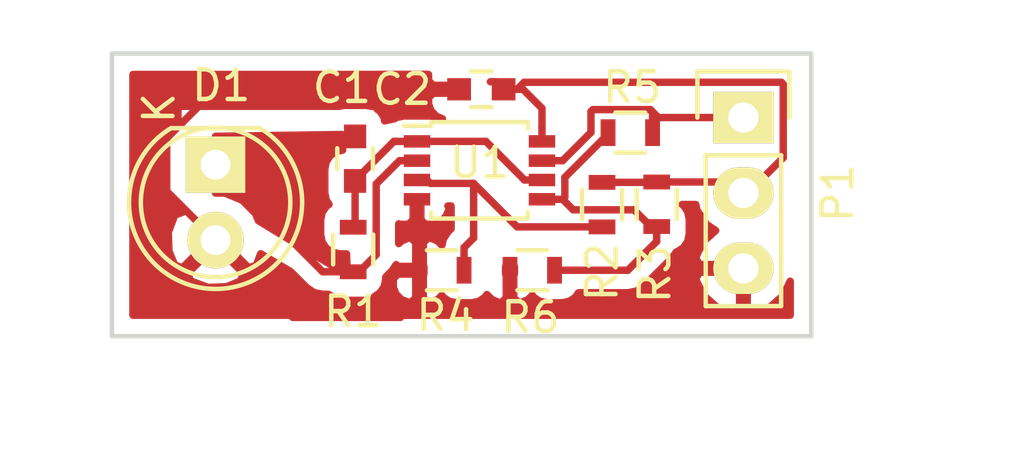
<source format=kicad_pcb>
(kicad_pcb (version 20160815) (host pcbnew "(2017-01-14 revision c676553f1)-master")

  (general
    (links 22)
    (no_connects 0)
    (area 107.176499 46.533999 130.885001 56.209001)
    (thickness 1.6)
    (drawings 6)
    (tracks 85)
    (zones 0)
    (modules 11)
    (nets 8)
  )

  (page A4)
  (layers
    (0 F.Cu signal)
    (31 B.Cu signal)
    (32 B.Adhes user)
    (33 F.Adhes user)
    (34 B.Paste user)
    (35 F.Paste user)
    (36 B.SilkS user)
    (37 F.SilkS user)
    (38 B.Mask user)
    (39 F.Mask user)
    (40 Dwgs.User user)
    (41 Cmts.User user)
    (42 Eco1.User user)
    (43 Eco2.User user)
    (44 Edge.Cuts user)
    (45 Margin user)
    (46 B.CrtYd user)
    (47 F.CrtYd user)
    (48 B.Fab user)
    (49 F.Fab user)
  )

  (setup
    (last_trace_width 0.25)
    (trace_clearance 0.2)
    (zone_clearance 0.508)
    (zone_45_only no)
    (trace_min 0.2)
    (segment_width 0.2)
    (edge_width 0.15)
    (via_size 0.8)
    (via_drill 0.4)
    (via_min_size 0.4)
    (via_min_drill 0.3)
    (uvia_size 0.3)
    (uvia_drill 0.1)
    (uvias_allowed no)
    (uvia_min_size 0.2)
    (uvia_min_drill 0.1)
    (pcb_text_width 0.3)
    (pcb_text_size 1.5 1.5)
    (mod_edge_width 0.15)
    (mod_text_size 1 1)
    (mod_text_width 0.15)
    (pad_size 1.524 1.524)
    (pad_drill 0.762)
    (pad_to_mask_clearance 0.2)
    (aux_axis_origin 0 0)
    (visible_elements FFFFFF7F)
    (pcbplotparams
      (layerselection 0x00030_ffffffff)
      (usegerberextensions false)
      (excludeedgelayer true)
      (linewidth 0.100000)
      (plotframeref false)
      (viasonmask false)
      (mode 1)
      (useauxorigin false)
      (hpglpennumber 1)
      (hpglpenspeed 20)
      (hpglpendiameter 15)
      (psnegative false)
      (psa4output false)
      (plotreference true)
      (plotvalue true)
      (plotinvisibletext false)
      (padsonsilk false)
      (subtractmaskfromsilk false)
      (outputformat 2)
      (mirror false)
      (drillshape 1)
      (scaleselection 1)
      (outputdirectory ""))
  )

  (net 0 "")
  (net 1 GND)
  (net 2 /PhotoOut)
  (net 3 /PhotoIn)
  (net 4 /DivLow)
  (net 5 /Vcomp)
  (net 6 +3V3)
  (net 7 /~signal_out)

  (net_class Default "This is the default net class."
    (clearance 0.2)
    (trace_width 0.25)
    (via_dia 0.8)
    (via_drill 0.4)
    (uvia_dia 0.3)
    (uvia_drill 0.1)
    (add_net +3V3)
    (add_net /DivLow)
    (add_net /PhotoIn)
    (add_net /PhotoOut)
    (add_net /Vcomp)
    (add_net /~signal_out)
    (add_net GND)
  )

  (module Housings_SSOP:MSOP-8-1EP_3x3mm_Pitch0.65mm (layer F.Cu) (tedit 58929B94) (tstamp 58933144)
    (at 119.634 50.546)
    (descr "MS8E Package; 8-Lead Plastic MSOP, Exposed Die Pad (see Linear Technology 05081662_K_MS8E.pdf)")
    (tags "SSOP 0.65")
    (path /588BFD59)
    (attr smd)
    (fp_text reference U1 (at 0 -0.254) (layer F.SilkS)
      (effects (font (size 1 1) (thickness 0.15)))
    )
    (fp_text value TSV992 (at 0 2.55) (layer F.Fab)
      (effects (font (size 1 1) (thickness 0.15)))
    )
    (fp_circle (center -1 -1) (end -1.25 -1) (layer F.Fab) (width 0.15))
    (fp_line (start -1.5 1.5) (end -1.5 -1.5) (layer F.Fab) (width 0.15))
    (fp_line (start 1.5 1.5) (end -1.5 1.5) (layer F.Fab) (width 0.15))
    (fp_line (start 1.5 -1.5) (end 1.5 1.5) (layer F.Fab) (width 0.15))
    (fp_line (start -1.5 -1.5) (end 1.5 -1.5) (layer F.Fab) (width 0.15))
    (fp_line (start -2.8 -1.8) (end -2.8 1.8) (layer F.CrtYd) (width 0.05))
    (fp_line (start 2.8 -1.8) (end 2.8 1.8) (layer F.CrtYd) (width 0.05))
    (fp_line (start -2.8 -1.8) (end 2.8 -1.8) (layer F.CrtYd) (width 0.05))
    (fp_line (start -2.8 1.8) (end 2.8 1.8) (layer F.CrtYd) (width 0.05))
    (fp_line (start -1.625 -1.625) (end -1.625 -1.5) (layer F.SilkS) (width 0.15))
    (fp_line (start 1.625 -1.625) (end 1.625 -1.41) (layer F.SilkS) (width 0.15))
    (fp_line (start 1.625 1.625) (end 1.625 1.41) (layer F.SilkS) (width 0.15))
    (fp_line (start -1.625 1.625) (end -1.625 1.41) (layer F.SilkS) (width 0.15))
    (fp_line (start -1.625 -1.625) (end 1.625 -1.625) (layer F.SilkS) (width 0.15))
    (fp_line (start -1.625 1.625) (end 1.625 1.625) (layer F.SilkS) (width 0.15))
    (fp_line (start -1.625 -1.5) (end -2.55 -1.5) (layer F.SilkS) (width 0.15))
    (pad 1 smd rect (at -2.105 -0.975) (size 0.89 0.42) (layers F.Cu F.Paste F.Mask)
      (net 2 /PhotoOut))
    (pad 2 smd rect (at -2.105 -0.325) (size 0.89 0.42) (layers F.Cu F.Paste F.Mask)
      (net 3 /PhotoIn))
    (pad 3 smd rect (at -2.105 0.325) (size 0.89 0.42) (layers F.Cu F.Paste F.Mask)
      (net 4 /DivLow))
    (pad 4 smd rect (at -2.105 0.975) (size 0.89 0.42) (layers F.Cu F.Paste F.Mask)
      (net 1 GND))
    (pad 5 smd rect (at 2.105 0.975) (size 0.89 0.42) (layers F.Cu F.Paste F.Mask)
      (net 5 /Vcomp))
    (pad 6 smd rect (at 2.105 0.325) (size 0.89 0.42) (layers F.Cu F.Paste F.Mask)
      (net 2 /PhotoOut))
    (pad 7 smd rect (at 2.105 -0.325) (size 0.89 0.42) (layers F.Cu F.Paste F.Mask)
      (net 7 /~signal_out))
    (pad 8 smd rect (at 2.105 -0.975) (size 0.89 0.42) (layers F.Cu F.Paste F.Mask)
      (net 6 +3V3))
    (model Housings_SSOP.3dshapes/MSOP-8-1EP_3x3mm_Pitch0.65mm.wrl
      (at (xyz 0 0 0))
      (scale (xyz 1 1 1))
      (rotate (xyz 0 0 0))
    )
  )

  (module Capacitors_SMD:C_0603 (layer F.Cu) (tedit 5415D631) (tstamp 5892AF8F)
    (at 115.443 50.153 90)
    (descr "Capacitor SMD 0603, reflow soldering, AVX (see smccp.pdf)")
    (tags "capacitor 0603")
    (path /588C00CA)
    (attr smd)
    (fp_text reference C1 (at 2.401 -0.4445 180) (layer F.SilkS)
      (effects (font (size 1 1) (thickness 0.15)))
    )
    (fp_text value C (at 0 1.9 90) (layer F.Fab)
      (effects (font (size 1 1) (thickness 0.15)))
    )
    (fp_line (start -1.45 -0.75) (end 1.45 -0.75) (layer F.CrtYd) (width 0.05))
    (fp_line (start -1.45 0.75) (end 1.45 0.75) (layer F.CrtYd) (width 0.05))
    (fp_line (start -1.45 -0.75) (end -1.45 0.75) (layer F.CrtYd) (width 0.05))
    (fp_line (start 1.45 -0.75) (end 1.45 0.75) (layer F.CrtYd) (width 0.05))
    (fp_line (start -0.35 -0.6) (end 0.35 -0.6) (layer F.SilkS) (width 0.15))
    (fp_line (start 0.35 0.6) (end -0.35 0.6) (layer F.SilkS) (width 0.15))
    (pad 1 smd rect (at -0.75 0 90) (size 0.8 0.75) (layers F.Cu F.Paste F.Mask)
      (net 2 /PhotoOut))
    (pad 2 smd rect (at 0.75 0 90) (size 0.8 0.75) (layers F.Cu F.Paste F.Mask)
      (net 3 /PhotoIn))
    (model Capacitors_SMD.3dshapes/C_0603.wrl
      (at (xyz 0 0 0))
      (scale (xyz 1 1 1))
      (rotate (xyz 0 0 0))
    )
  )

  (module Capacitors_SMD:C_0603 (layer F.Cu) (tedit 5415D631) (tstamp 5892AF9B)
    (at 119.6975 47.8155)
    (descr "Capacitor SMD 0603, reflow soldering, AVX (see smccp.pdf)")
    (tags "capacitor 0603")
    (path /58929BE3)
    (attr smd)
    (fp_text reference C2 (at -2.667 0) (layer F.SilkS)
      (effects (font (size 1 1) (thickness 0.15)))
    )
    (fp_text value C (at 0 -2.032) (layer F.Fab)
      (effects (font (size 1 1) (thickness 0.15)))
    )
    (fp_line (start 0.35 0.6) (end -0.35 0.6) (layer F.SilkS) (width 0.15))
    (fp_line (start -0.35 -0.6) (end 0.35 -0.6) (layer F.SilkS) (width 0.15))
    (fp_line (start 1.45 -0.75) (end 1.45 0.75) (layer F.CrtYd) (width 0.05))
    (fp_line (start -1.45 -0.75) (end -1.45 0.75) (layer F.CrtYd) (width 0.05))
    (fp_line (start -1.45 0.75) (end 1.45 0.75) (layer F.CrtYd) (width 0.05))
    (fp_line (start -1.45 -0.75) (end 1.45 -0.75) (layer F.CrtYd) (width 0.05))
    (pad 2 smd rect (at 0.75 0) (size 0.8 0.75) (layers F.Cu F.Paste F.Mask)
      (net 6 +3V3))
    (pad 1 smd rect (at -0.75 0) (size 0.8 0.75) (layers F.Cu F.Paste F.Mask)
      (net 1 GND))
    (model Capacitors_SMD.3dshapes/C_0603.wrl
      (at (xyz 0 0 0))
      (scale (xyz 1 1 1))
      (rotate (xyz 0 0 0))
    )
  )

  (module LEDs:LED-5MM (layer F.Cu) (tedit 5570F7EA) (tstamp 5892AFA7)
    (at 110.744 50.3555 270)
    (descr "LED 5mm round vertical")
    (tags "LED 5mm round vertical")
    (path /588BFDE1)
    (fp_text reference D1 (at -2.667 -0.1905) (layer F.SilkS)
      (effects (font (size 1 1) (thickness 0.15)))
    )
    (fp_text value SFH203P (at 1.3335 6.4135 270) (layer F.Fab)
      (effects (font (size 1 1) (thickness 0.15)))
    )
    (fp_line (start -1.5 -1.55) (end -1.5 1.55) (layer F.CrtYd) (width 0.05))
    (fp_arc (start 1.3 0) (end -1.5 1.55) (angle -302) (layer F.CrtYd) (width 0.05))
    (fp_arc (start 1.27 0) (end -1.23 -1.5) (angle 297.5) (layer F.SilkS) (width 0.15))
    (fp_line (start -1.23 1.5) (end -1.23 -1.5) (layer F.SilkS) (width 0.15))
    (fp_circle (center 1.27 0) (end 0.97 -2.5) (layer F.SilkS) (width 0.15))
    (fp_text user K (at -1.905 1.905 270) (layer F.SilkS)
      (effects (font (size 1 1) (thickness 0.15)))
    )
    (pad 1 thru_hole rect (at 0 0) (size 2 1.9) (drill 1.00076) (layers *.Cu *.Mask F.SilkS)
      (net 3 /PhotoIn))
    (pad 2 thru_hole circle (at 2.54 0 270) (size 1.9 1.9) (drill 1.00076) (layers *.Cu *.Mask F.SilkS)
      (net 1 GND))
    (model LEDs.3dshapes/LED-5MM.wrl
      (at (xyz 0.05 0 0))
      (scale (xyz 1 1 1))
      (rotate (xyz 0 0 90))
    )
  )

  (module Resistors_SMD:R_0603 (layer F.Cu) (tedit 5415CC62) (tstamp 5892AFB3)
    (at 115.3795 53.213 270)
    (descr "Resistor SMD 0603, reflow soldering, Vishay (see dcrcw.pdf)")
    (tags "resistor 0603")
    (path /589297F0)
    (attr smd)
    (fp_text reference R1 (at 2.0955 0) (layer F.SilkS)
      (effects (font (size 1 1) (thickness 0.15)))
    )
    (fp_text value 22k (at 5.207 0.127 90) (layer F.Fab)
      (effects (font (size 1 1) (thickness 0.15)))
    )
    (fp_line (start -0.5 -0.675) (end 0.5 -0.675) (layer F.SilkS) (width 0.15))
    (fp_line (start 0.5 0.675) (end -0.5 0.675) (layer F.SilkS) (width 0.15))
    (fp_line (start 1.3 -0.8) (end 1.3 0.8) (layer F.CrtYd) (width 0.05))
    (fp_line (start -1.3 -0.8) (end -1.3 0.8) (layer F.CrtYd) (width 0.05))
    (fp_line (start -1.3 0.8) (end 1.3 0.8) (layer F.CrtYd) (width 0.05))
    (fp_line (start -1.3 -0.8) (end 1.3 -0.8) (layer F.CrtYd) (width 0.05))
    (pad 2 smd rect (at 0.75 0 270) (size 0.5 0.9) (layers F.Cu F.Paste F.Mask)
      (net 3 /PhotoIn))
    (pad 1 smd rect (at -0.75 0 270) (size 0.5 0.9) (layers F.Cu F.Paste F.Mask)
      (net 2 /PhotoOut))
    (model Resistors_SMD.3dshapes/R_0603.wrl
      (at (xyz 0 0 0))
      (scale (xyz 1 1 1))
      (rotate (xyz 0 0 0))
    )
  )

  (module Resistors_SMD:R_0603 (layer F.Cu) (tedit 5415CC62) (tstamp 5892AFBF)
    (at 123.7615 51.701 270)
    (descr "Resistor SMD 0603, reflow soldering, Vishay (see dcrcw.pdf)")
    (tags "resistor 0603")
    (path /58929744)
    (attr smd)
    (fp_text reference R2 (at 2.274 0 270) (layer F.SilkS)
      (effects (font (size 1 1) (thickness 0.15)))
    )
    (fp_text value 22k (at 6.719 -0.0635 90) (layer F.Fab)
      (effects (font (size 1 1) (thickness 0.15)))
    )
    (fp_line (start -0.5 -0.675) (end 0.5 -0.675) (layer F.SilkS) (width 0.15))
    (fp_line (start 0.5 0.675) (end -0.5 0.675) (layer F.SilkS) (width 0.15))
    (fp_line (start 1.3 -0.8) (end 1.3 0.8) (layer F.CrtYd) (width 0.05))
    (fp_line (start -1.3 -0.8) (end -1.3 0.8) (layer F.CrtYd) (width 0.05))
    (fp_line (start -1.3 0.8) (end 1.3 0.8) (layer F.CrtYd) (width 0.05))
    (fp_line (start -1.3 -0.8) (end 1.3 -0.8) (layer F.CrtYd) (width 0.05))
    (pad 2 smd rect (at 0.75 0 270) (size 0.5 0.9) (layers F.Cu F.Paste F.Mask)
      (net 4 /DivLow))
    (pad 1 smd rect (at -0.75 0 270) (size 0.5 0.9) (layers F.Cu F.Paste F.Mask)
      (net 6 +3V3))
    (model Resistors_SMD.3dshapes/R_0603.wrl
      (at (xyz 0 0 0))
      (scale (xyz 1 1 1))
      (rotate (xyz 0 0 0))
    )
  )

  (module Resistors_SMD:R_0603 (layer F.Cu) (tedit 5415CC62) (tstamp 5892AFCB)
    (at 125.603 51.689 270)
    (descr "Resistor SMD 0603, reflow soldering, Vishay (see dcrcw.pdf)")
    (tags "resistor 0603")
    (path /588C04E3)
    (attr smd)
    (fp_text reference R3 (at 2.3495 0.0635 270) (layer F.SilkS)
      (effects (font (size 1 1) (thickness 0.15)))
    )
    (fp_text value 2.2k (at 6.731 -0.127 90) (layer F.Fab)
      (effects (font (size 1 1) (thickness 0.15)))
    )
    (fp_line (start -0.5 -0.675) (end 0.5 -0.675) (layer F.SilkS) (width 0.15))
    (fp_line (start 0.5 0.675) (end -0.5 0.675) (layer F.SilkS) (width 0.15))
    (fp_line (start 1.3 -0.8) (end 1.3 0.8) (layer F.CrtYd) (width 0.05))
    (fp_line (start -1.3 -0.8) (end -1.3 0.8) (layer F.CrtYd) (width 0.05))
    (fp_line (start -1.3 0.8) (end 1.3 0.8) (layer F.CrtYd) (width 0.05))
    (fp_line (start -1.3 -0.8) (end 1.3 -0.8) (layer F.CrtYd) (width 0.05))
    (pad 2 smd rect (at 0.75 0 270) (size 0.5 0.9) (layers F.Cu F.Paste F.Mask)
      (net 5 /Vcomp))
    (pad 1 smd rect (at -0.75 0 270) (size 0.5 0.9) (layers F.Cu F.Paste F.Mask)
      (net 6 +3V3))
    (model Resistors_SMD.3dshapes/R_0603.wrl
      (at (xyz 0 0 0))
      (scale (xyz 1 1 1))
      (rotate (xyz 0 0 0))
    )
  )

  (module Resistors_SMD:R_0603 (layer F.Cu) (tedit 5415CC62) (tstamp 5892AFD7)
    (at 118.364 53.9115 180)
    (descr "Resistor SMD 0603, reflow soldering, Vishay (see dcrcw.pdf)")
    (tags "resistor 0603")
    (path /5892979B)
    (attr smd)
    (fp_text reference R4 (at -0.127 -1.524 180) (layer F.SilkS)
      (effects (font (size 1 1) (thickness 0.15)))
    )
    (fp_text value 2.2k (at -0.0635 -4.5085 270) (layer F.Fab)
      (effects (font (size 1 1) (thickness 0.15)))
    )
    (fp_line (start -1.3 -0.8) (end 1.3 -0.8) (layer F.CrtYd) (width 0.05))
    (fp_line (start -1.3 0.8) (end 1.3 0.8) (layer F.CrtYd) (width 0.05))
    (fp_line (start -1.3 -0.8) (end -1.3 0.8) (layer F.CrtYd) (width 0.05))
    (fp_line (start 1.3 -0.8) (end 1.3 0.8) (layer F.CrtYd) (width 0.05))
    (fp_line (start 0.5 0.675) (end -0.5 0.675) (layer F.SilkS) (width 0.15))
    (fp_line (start -0.5 -0.675) (end 0.5 -0.675) (layer F.SilkS) (width 0.15))
    (pad 1 smd rect (at -0.75 0 180) (size 0.5 0.9) (layers F.Cu F.Paste F.Mask)
      (net 4 /DivLow))
    (pad 2 smd rect (at 0.75 0 180) (size 0.5 0.9) (layers F.Cu F.Paste F.Mask)
      (net 1 GND))
    (model Resistors_SMD.3dshapes/R_0603.wrl
      (at (xyz 0 0 0))
      (scale (xyz 1 1 1))
      (rotate (xyz 0 0 0))
    )
  )

  (module Resistors_SMD:R_0603 (layer F.Cu) (tedit 5415CC62) (tstamp 5892AFE3)
    (at 124.714 49.276 180)
    (descr "Resistor SMD 0603, reflow soldering, Vishay (see dcrcw.pdf)")
    (tags "resistor 0603")
    (path /589296EB)
    (attr smd)
    (fp_text reference R5 (at -0.0635 1.524 180) (layer F.SilkS)
      (effects (font (size 1 1) (thickness 0.15)))
    )
    (fp_text value 22k (at 0.127 3.429 180) (layer F.Fab)
      (effects (font (size 1 1) (thickness 0.15)))
    )
    (fp_line (start -1.3 -0.8) (end 1.3 -0.8) (layer F.CrtYd) (width 0.05))
    (fp_line (start -1.3 0.8) (end 1.3 0.8) (layer F.CrtYd) (width 0.05))
    (fp_line (start -1.3 -0.8) (end -1.3 0.8) (layer F.CrtYd) (width 0.05))
    (fp_line (start 1.3 -0.8) (end 1.3 0.8) (layer F.CrtYd) (width 0.05))
    (fp_line (start 0.5 0.675) (end -0.5 0.675) (layer F.SilkS) (width 0.15))
    (fp_line (start -0.5 -0.675) (end 0.5 -0.675) (layer F.SilkS) (width 0.15))
    (pad 1 smd rect (at -0.75 0 180) (size 0.5 0.9) (layers F.Cu F.Paste F.Mask)
      (net 7 /~signal_out))
    (pad 2 smd rect (at 0.75 0 180) (size 0.5 0.9) (layers F.Cu F.Paste F.Mask)
      (net 5 /Vcomp))
    (model Resistors_SMD.3dshapes/R_0603.wrl
      (at (xyz 0 0 0))
      (scale (xyz 1 1 1))
      (rotate (xyz 0 0 0))
    )
  )

  (module Resistors_SMD:R_0603 (layer F.Cu) (tedit 5415CC62) (tstamp 5892AFEF)
    (at 121.412 53.9115 180)
    (descr "Resistor SMD 0603, reflow soldering, Vishay (see dcrcw.pdf)")
    (tags "resistor 0603")
    (path /588C0493)
    (attr smd)
    (fp_text reference R6 (at 0.0635 -1.5875 180) (layer F.SilkS)
      (effects (font (size 1 1) (thickness 0.15)))
    )
    (fp_text value 2.2k (at -0.0635 -4.5085 270) (layer F.Fab)
      (effects (font (size 1 1) (thickness 0.15)))
    )
    (fp_line (start -1.3 -0.8) (end 1.3 -0.8) (layer F.CrtYd) (width 0.05))
    (fp_line (start -1.3 0.8) (end 1.3 0.8) (layer F.CrtYd) (width 0.05))
    (fp_line (start -1.3 -0.8) (end -1.3 0.8) (layer F.CrtYd) (width 0.05))
    (fp_line (start 1.3 -0.8) (end 1.3 0.8) (layer F.CrtYd) (width 0.05))
    (fp_line (start 0.5 0.675) (end -0.5 0.675) (layer F.SilkS) (width 0.15))
    (fp_line (start -0.5 -0.675) (end 0.5 -0.675) (layer F.SilkS) (width 0.15))
    (pad 1 smd rect (at -0.75 0 180) (size 0.5 0.9) (layers F.Cu F.Paste F.Mask)
      (net 5 /Vcomp))
    (pad 2 smd rect (at 0.75 0 180) (size 0.5 0.9) (layers F.Cu F.Paste F.Mask)
      (net 1 GND))
    (model Resistors_SMD.3dshapes/R_0603.wrl
      (at (xyz 0 0 0))
      (scale (xyz 1 1 1))
      (rotate (xyz 0 0 0))
    )
  )

  (module Pin_Headers:Pin_Header_Straight_1x03 (layer F.Cu) (tedit 0) (tstamp 58933124)
    (at 128.524 48.768)
    (descr "Through hole pin header")
    (tags "pin header")
    (path /589299D8)
    (fp_text reference P1 (at 3.175 2.54 90) (layer F.SilkS)
      (effects (font (size 1 1) (thickness 0.15)))
    )
    (fp_text value CONN_01X03 (at 4.5085 -3.1115) (layer F.Fab)
      (effects (font (size 1 1) (thickness 0.15)))
    )
    (fp_line (start -1.75 -1.75) (end -1.75 6.85) (layer F.CrtYd) (width 0.05))
    (fp_line (start 1.75 -1.75) (end 1.75 6.85) (layer F.CrtYd) (width 0.05))
    (fp_line (start -1.75 -1.75) (end 1.75 -1.75) (layer F.CrtYd) (width 0.05))
    (fp_line (start -1.75 6.85) (end 1.75 6.85) (layer F.CrtYd) (width 0.05))
    (fp_line (start -1.27 1.27) (end -1.27 6.35) (layer F.SilkS) (width 0.15))
    (fp_line (start -1.27 6.35) (end 1.27 6.35) (layer F.SilkS) (width 0.15))
    (fp_line (start 1.27 6.35) (end 1.27 1.27) (layer F.SilkS) (width 0.15))
    (fp_line (start 1.55 -1.55) (end 1.55 0) (layer F.SilkS) (width 0.15))
    (fp_line (start 1.27 1.27) (end -1.27 1.27) (layer F.SilkS) (width 0.15))
    (fp_line (start -1.55 0) (end -1.55 -1.55) (layer F.SilkS) (width 0.15))
    (fp_line (start -1.55 -1.55) (end 1.55 -1.55) (layer F.SilkS) (width 0.15))
    (pad 1 thru_hole rect (at 0 0) (size 2.032 1.7272) (drill 1.016) (layers *.Cu *.Mask F.SilkS)
      (net 7 /~signal_out))
    (pad 2 thru_hole oval (at 0 2.54) (size 2.032 1.7272) (drill 1.016) (layers *.Cu *.Mask F.SilkS)
      (net 6 +3V3))
    (pad 3 thru_hole oval (at 0 5.08) (size 2.032 1.7272) (drill 1.016) (layers *.Cu *.Mask F.SilkS)
      (net 1 GND))
    (model Pin_Headers.3dshapes/Pin_Header_Straight_1x03.wrl
      (at (xyz 0 -0.1 0))
      (scale (xyz 1 1 1))
      (rotate (xyz 0 0 90))
    )
  )

  (dimension 9.525212 (width 0.3) (layer Dwgs.User)
    (gr_text "9.525 mm" (at 133.843067 51.391932 89.6180338) (layer Dwgs.User) (tstamp 589EA5BC)
      (effects (font (size 1.5 1.5) (thickness 0.3)))
    )
    (feature1 (pts (xy 130.7465 56.134) (xy 135.161287 56.163432)))
    (feature2 (pts (xy 130.81 46.609) (xy 135.224787 46.638432)))
    (crossbar (pts (xy 132.524847 46.620432) (xy 132.461347 56.145432)))
    (arrow1a (pts (xy 132.461347 56.145432) (xy 131.882449 55.015044)))
    (arrow1b (pts (xy 132.461347 56.145432) (xy 133.055265 55.022863)))
    (arrow2a (pts (xy 132.524847 46.620432) (xy 131.930929 47.743001)))
    (arrow2b (pts (xy 132.524847 46.620432) (xy 133.103745 47.75082)))
  )
  (dimension 23.520455 (width 0.3) (layer Dwgs.User)
    (gr_text "23.520 mm" (at 119.060945 61.319388 0.1237487914) (layer Dwgs.User) (tstamp 589EA5BD)
      (effects (font (size 1.5 1.5) (thickness 0.3)))
    )
    (feature1 (pts (xy 130.81 56.134) (xy 130.824061 62.643985)))
    (feature2 (pts (xy 107.2896 56.1848) (xy 107.303661 62.694785)))
    (crossbar (pts (xy 107.297829 59.994791) (xy 130.818229 59.943991)))
    (arrow1a (pts (xy 130.818229 59.943991) (xy 129.692994 60.532843)))
    (arrow1b (pts (xy 130.818229 59.943991) (xy 129.690461 59.360005)))
    (arrow2a (pts (xy 107.297829 59.994791) (xy 108.425597 60.578777)))
    (arrow2b (pts (xy 107.297829 59.994791) (xy 108.423064 59.405939)))
  )
  (gr_line (start 107.2515 46.609) (end 107.2515 56.134) (layer Edge.Cuts) (width 0.15))
  (gr_line (start 130.81 56.134) (end 107.2515 56.134) (layer Edge.Cuts) (width 0.15))
  (gr_line (start 130.81 46.609) (end 130.81 56.134) (layer Edge.Cuts) (width 0.15))
  (gr_line (start 107.2515 46.609) (end 130.81 46.609) (layer Edge.Cuts) (width 0.15))

  (segment (start 116.967 55.499) (end 117.614 54.852) (width 0.25) (layer F.Cu) (net 1))
  (segment (start 117.614 54.852) (end 117.614 53.9115) (width 0.25) (layer F.Cu) (net 1))
  (segment (start 113.3475 55.499) (end 116.967 55.499) (width 0.25) (layer F.Cu) (net 1))
  (segment (start 110.744 52.8955) (end 113.3475 55.499) (width 0.25) (layer F.Cu) (net 1))
  (segment (start 108.6485 49.915998) (end 108.6485 50.8) (width 0.25) (layer F.Cu) (net 1))
  (segment (start 108.6485 50.8) (end 110.744 52.8955) (width 0.25) (layer F.Cu) (net 1))
  (segment (start 118.234 47.879) (end 110.685498 47.879) (width 0.25) (layer F.Cu) (net 1))
  (segment (start 110.685498 47.879) (end 108.6485 49.915998) (width 0.25) (layer F.Cu) (net 1))
  (segment (start 118.9475 47.8155) (end 118.2975 47.8155) (width 0.25) (layer F.Cu) (net 1))
  (segment (start 118.2975 47.8155) (end 118.234 47.879) (width 0.25) (layer F.Cu) (net 1))
  (segment (start 117.529 51.521) (end 117.529 53.763) (width 0.25) (layer F.Cu) (net 1))
  (segment (start 117.529 53.763) (end 117.614 53.848) (width 0.25) (layer F.Cu) (net 1))
  (segment (start 128.143 54.229) (end 128.524 53.848) (width 0.25) (layer F.Cu) (net 1))
  (segment (start 128.27 54.102) (end 128.524 53.848) (width 0.25) (layer F.Cu) (net 1))
  (segment (start 115.443 50.903) (end 115.443 52.3995) (width 0.25) (layer F.Cu) (net 2))
  (segment (start 115.443 52.3995) (end 115.3795 52.463) (width 0.25) (layer F.Cu) (net 2))
  (segment (start 115.443 50.903) (end 115.443 50.878) (width 0.25) (layer F.Cu) (net 2))
  (segment (start 115.443 50.878) (end 116.75 49.571) (width 0.25) (layer F.Cu) (net 2))
  (segment (start 116.75 49.571) (end 116.834 49.571) (width 0.25) (layer F.Cu) (net 2))
  (segment (start 116.834 49.571) (end 117.529 49.571) (width 0.25) (layer F.Cu) (net 2))
  (segment (start 117.529 49.571) (end 119.848998 49.571) (width 0.25) (layer F.Cu) (net 2))
  (segment (start 119.848998 49.571) (end 121.148998 50.871) (width 0.25) (layer F.Cu) (net 2))
  (segment (start 121.148998 50.871) (end 121.739 50.871) (width 0.25) (layer F.Cu) (net 2))
  (segment (start 110.744 50.3555) (end 113.8655 50.3555) (width 0.25) (layer F.Cu) (net 3))
  (segment (start 113.8655 50.3555) (end 114.818 49.403) (width 0.25) (layer F.Cu) (net 3))
  (segment (start 115.3795 53.963) (end 114.3515 53.963) (width 0.25) (layer F.Cu) (net 3))
  (segment (start 114.3515 53.963) (end 111.994 51.6055) (width 0.25) (layer F.Cu) (net 3))
  (segment (start 111.994 51.6055) (end 111.994 51.5555) (width 0.25) (layer F.Cu) (net 3))
  (segment (start 111.994 51.5555) (end 110.794 50.3555) (width 0.25) (layer F.Cu) (net 3))
  (segment (start 110.794 50.3555) (end 110.744 50.3555) (width 0.25) (layer F.Cu) (net 3))
  (segment (start 115.443 49.403) (end 114.818 49.403) (width 0.25) (layer F.Cu) (net 3))
  (segment (start 114.818 49.403) (end 114.604499 49.616501) (width 0.25) (layer F.Cu) (net 3))
  (segment (start 115.1795 53.963) (end 115.3795 53.963) (width 0.25) (layer F.Cu) (net 3))
  (segment (start 117.529 50.221) (end 116.938998 50.221) (width 0.25) (layer F.Cu) (net 3))
  (segment (start 116.938998 50.221) (end 116.154501 51.005497) (width 0.25) (layer F.Cu) (net 3))
  (segment (start 116.154501 51.005497) (end 116.154501 53.387999) (width 0.25) (layer F.Cu) (net 3))
  (segment (start 116.154501 53.387999) (end 115.5795 53.963) (width 0.25) (layer F.Cu) (net 3))
  (segment (start 115.5795 53.963) (end 115.3795 53.963) (width 0.25) (layer F.Cu) (net 3))
  (segment (start 119.114 53.848) (end 119.114 53.148) (width 0.25) (layer F.Cu) (net 4))
  (segment (start 119.114 53.148) (end 119.436499 52.825501) (width 0.25) (layer F.Cu) (net 4))
  (segment (start 119.436499 52.825501) (end 119.436499 50.985999) (width 0.25) (layer F.Cu) (net 4))
  (segment (start 119.436499 50.985999) (end 120.9015 52.451) (width 0.25) (layer F.Cu) (net 4))
  (segment (start 120.9015 52.451) (end 123.7615 52.451) (width 0.25) (layer F.Cu) (net 4))
  (segment (start 117.529 50.871) (end 117.8635 50.871) (width 0.25) (layer F.Cu) (net 4))
  (segment (start 117.8635 50.871) (end 117.978499 50.985999) (width 0.25) (layer F.Cu) (net 4))
  (segment (start 117.978499 50.985999) (end 119.436499 50.985999) (width 0.25) (layer F.Cu) (net 4))
  (segment (start 125.603 52.439) (end 125.603 52.939) (width 0.25) (layer F.Cu) (net 5))
  (segment (start 125.603 52.939) (end 124.6305 53.9115) (width 0.25) (layer F.Cu) (net 5))
  (segment (start 124.6305 53.9115) (end 122.662 53.9115) (width 0.25) (layer F.Cu) (net 5))
  (segment (start 122.662 53.9115) (end 122.162 53.9115) (width 0.25) (layer F.Cu) (net 5))
  (segment (start 121.739 51.521) (end 122.434 51.521) (width 0.25) (layer F.Cu) (net 5))
  (segment (start 122.434 51.521) (end 122.788999 51.875999) (width 0.25) (layer F.Cu) (net 5))
  (segment (start 122.788999 51.875999) (end 124.839999 51.875999) (width 0.25) (layer F.Cu) (net 5))
  (segment (start 124.839999 51.875999) (end 125.403 52.439) (width 0.25) (layer F.Cu) (net 5))
  (segment (start 125.403 52.439) (end 125.603 52.439) (width 0.25) (layer F.Cu) (net 5))
  (segment (start 123.964 49.276) (end 123.964 49.32741) (width 0.25) (layer F.Cu) (net 5))
  (segment (start 123.964 49.32741) (end 122.509001 50.782409) (width 0.25) (layer F.Cu) (net 5))
  (segment (start 122.509001 50.782409) (end 122.509001 51.445999) (width 0.25) (layer F.Cu) (net 5))
  (segment (start 122.509001 51.445999) (end 122.434 51.521) (width 0.25) (layer F.Cu) (net 5))
  (segment (start 120.904 47.8155) (end 121.0975 47.8155) (width 0.25) (layer F.Cu) (net 6))
  (segment (start 120.4475 47.8155) (end 120.904 47.8155) (width 0.25) (layer F.Cu) (net 6))
  (segment (start 120.904 47.8155) (end 121.140101 47.579399) (width 0.25) (layer F.Cu) (net 6))
  (segment (start 121.140101 47.579399) (end 129.800001 47.579399) (width 0.25) (layer F.Cu) (net 6))
  (segment (start 129.800001 47.579399) (end 129.865001 47.644399) (width 0.25) (layer F.Cu) (net 6))
  (segment (start 129.865001 47.644399) (end 129.865001 50.119399) (width 0.25) (layer F.Cu) (net 6))
  (segment (start 129.865001 50.119399) (end 128.6764 51.308) (width 0.25) (layer F.Cu) (net 6))
  (segment (start 128.6764 51.308) (end 128.524 51.308) (width 0.25) (layer F.Cu) (net 6))
  (segment (start 121.0975 47.8155) (end 121.739 48.457) (width 0.25) (layer F.Cu) (net 6))
  (segment (start 121.739 48.457) (end 121.739 49.111) (width 0.25) (layer F.Cu) (net 6))
  (segment (start 121.739 49.111) (end 121.739 49.571) (width 0.25) (layer F.Cu) (net 6))
  (segment (start 125.603 50.939) (end 128.155 50.939) (width 0.25) (layer F.Cu) (net 6))
  (segment (start 128.155 50.939) (end 128.524 51.308) (width 0.25) (layer F.Cu) (net 6))
  (segment (start 123.7615 50.951) (end 125.591 50.951) (width 0.25) (layer F.Cu) (net 6))
  (segment (start 125.591 50.951) (end 125.603 50.939) (width 0.25) (layer F.Cu) (net 6))
  (segment (start 120.003 47.5615) (end 120.1895 47.5615) (width 0.25) (layer F.Cu) (net 6))
  (segment (start 128.3716 51.308) (end 128.524 51.308) (width 0.25) (layer F.Cu) (net 6))
  (segment (start 128.524 48.768) (end 125.656 48.768) (width 0.25) (layer F.Cu) (net 7))
  (segment (start 125.656 48.768) (end 125.388999 48.500999) (width 0.25) (layer F.Cu) (net 7))
  (segment (start 125.464 49.276) (end 125.464 48.576) (width 0.25) (layer F.Cu) (net 7))
  (segment (start 125.464 48.576) (end 125.388999 48.500999) (width 0.25) (layer F.Cu) (net 7))
  (segment (start 125.388999 48.500999) (end 123.453999 48.500999) (width 0.25) (layer F.Cu) (net 7))
  (segment (start 123.453999 48.500999) (end 123.388999 48.565999) (width 0.25) (layer F.Cu) (net 7))
  (segment (start 123.388999 48.565999) (end 123.388999 49.266001) (width 0.25) (layer F.Cu) (net 7))
  (segment (start 123.388999 49.266001) (end 122.434 50.221) (width 0.25) (layer F.Cu) (net 7))
  (segment (start 122.434 50.221) (end 121.739 50.221) (width 0.25) (layer F.Cu) (net 7))

  (zone (net 3) (net_name /PhotoIn) (layer F.Cu) (tstamp 0) (hatch edge 0.508)
    (connect_pads yes (clearance 0.508))
    (min_thickness 0.254)
    (fill yes (arc_segments 16) (thermal_gap 0.508) (thermal_bridge_width 0.508))
    (polygon
      (pts
        (xy 110.617 49.276) (xy 115.1255 49.2125) (xy 115.316 54.2925) (xy 110.617 51.435)
      )
    )
    (filled_polygon
      (pts
        (xy 115.022862 49.864538) (xy 114.820235 49.904843) (xy 114.610191 50.045191) (xy 114.469843 50.255235) (xy 114.42056 50.503)
        (xy 114.42056 51.303) (xy 114.469843 51.550765) (xy 114.564846 51.692946) (xy 114.471691 51.755191) (xy 114.331343 51.965235)
        (xy 114.28206 52.213) (xy 114.28206 52.713) (xy 114.331343 52.960765) (xy 114.471691 53.170809) (xy 114.681735 53.311157)
        (xy 114.9295 53.36044) (xy 115.153959 53.36044) (xy 115.180241 54.061304) (xy 112.189105 52.242371) (xy 112.088481 51.998843)
        (xy 111.643003 51.552586) (xy 111.060659 51.310776) (xy 110.744 51.310499) (xy 110.744 49.401223) (xy 115.003238 49.341234)
      )
    )
  )
  (zone (net 1) (net_name GND) (layer F.Cu) (tstamp 0) (hatch edge 0.508)
    (connect_pads (clearance 0.508))
    (min_thickness 0.254)
    (fill yes (arc_segments 16) (thermal_gap 0.508) (thermal_bridge_width 0.508))
    (polygon
      (pts
        (xy 107.569 46.736) (xy 119.253 46.736) (xy 119.253 48.514) (xy 109.601 48.514) (xy 109.601 51.6255)
        (xy 114.935 54.8005) (xy 117.6655 54.8005) (xy 117.6655 56.134) (xy 107.442 56.0705) (xy 107.442 46.9265)
      )
    )
    (filled_polygon
      (pts
        (xy 117.9125 47.52975) (xy 118.07125 47.6885) (xy 118.8205 47.6885) (xy 118.8205 47.6685) (xy 119.0745 47.6685)
        (xy 119.0745 47.6885) (xy 119.0945 47.6885) (xy 119.0945 47.9425) (xy 119.0745 47.9425) (xy 119.0745 47.9625)
        (xy 118.8205 47.9625) (xy 118.8205 47.9425) (xy 118.07125 47.9425) (xy 117.9125 48.10125) (xy 117.9125 48.31681)
        (xy 117.941574 48.387) (xy 115.976061 48.387) (xy 115.818 48.35556) (xy 115.068 48.35556) (xy 114.909939 48.387)
        (xy 109.601 48.387) (xy 109.552399 48.396667) (xy 109.511197 48.424197) (xy 109.483667 48.465399) (xy 109.474 48.514)
        (xy 109.474 48.8222) (xy 109.286191 48.947691) (xy 109.145843 49.157735) (xy 109.09656 49.4055) (xy 109.09656 51.3055)
        (xy 109.145843 51.553265) (xy 109.286191 51.763309) (xy 109.496235 51.903657) (xy 109.591498 51.922606) (xy 109.627648 51.958756)
        (xy 109.365981 52.051292) (xy 109.147812 52.642898) (xy 109.172648 53.272961) (xy 109.365981 53.739708) (xy 109.62765 53.832245)
        (xy 110.564395 52.8955) (xy 110.550253 52.881358) (xy 110.729858 52.701753) (xy 110.744 52.715895) (xy 110.758143 52.701753)
        (xy 110.937748 52.881358) (xy 110.923605 52.8955) (xy 111.86035 53.832245) (xy 112.122019 53.739708) (xy 112.262877 53.357746)
        (xy 113.272278 53.95858) (xy 113.814099 54.500401) (xy 114.06066 54.665148) (xy 114.108914 54.674746) (xy 114.3515 54.723)
        (xy 114.5498 54.723) (xy 114.681735 54.811157) (xy 114.716087 54.81799) (xy 114.870042 54.90963) (xy 114.935 54.9275)
        (xy 117.07111 54.9275) (xy 117.237691 54.9965) (xy 117.33025 54.9965) (xy 117.39925 54.9275) (xy 117.486998 54.9275)
        (xy 117.486998 54.9965) (xy 117.5385 54.9965) (xy 117.5385 55.424) (xy 107.9615 55.424) (xy 107.9615 54.01185)
        (xy 109.807255 54.01185) (xy 109.899792 54.273519) (xy 110.491398 54.491688) (xy 111.121461 54.466852) (xy 111.588208 54.273519)
        (xy 111.680745 54.01185) (xy 110.744 53.075105) (xy 109.807255 54.01185) (xy 107.9615 54.01185) (xy 107.9615 47.319)
        (xy 117.9125 47.319)
      )
    )
  )
  (zone (net 1) (net_name GND) (layer F.Cu) (tstamp 0) (hatch edge 0.508)
    (connect_pads (clearance 0.508))
    (min_thickness 0.254)
    (fill yes (arc_segments 16) (thermal_gap 0.508) (thermal_bridge_width 0.508))
    (polygon
      (pts
        (xy 116.078 46.6725) (xy 115.951 56.134) (xy 130.7465 56.134) (xy 130.81 46.6725)
      )
    )
    (filled_polygon
      (pts
        (xy 126.954729 51.881489) (xy 127.279585 52.36767) (xy 127.589069 52.574461) (xy 127.173268 52.945964) (xy 126.919291 53.473209)
        (xy 126.916642 53.488974) (xy 127.037783 53.721) (xy 128.397 53.721) (xy 128.397 53.701) (xy 128.651 53.701)
        (xy 128.651 53.721) (xy 128.671 53.721) (xy 128.671 53.975) (xy 128.651 53.975) (xy 128.651 55.188924)
        (xy 128.885913 55.333184) (xy 129.43832 55.139954) (xy 129.874732 54.750036) (xy 130.1 54.28239) (xy 130.1 55.424)
        (xy 116.087542 55.424) (xy 116.095936 54.798681) (xy 116.287309 54.670809) (xy 116.427657 54.460765) (xy 116.47694 54.213)
        (xy 116.47694 54.19725) (xy 116.729 54.19725) (xy 116.729 54.48781) (xy 116.825673 54.721199) (xy 117.004302 54.899827)
        (xy 117.237691 54.9965) (xy 117.33025 54.9965) (xy 117.489 54.83775) (xy 117.489 54.0385) (xy 116.88775 54.0385)
        (xy 116.729 54.19725) (xy 116.47694 54.19725) (xy 116.47694 54.140362) (xy 116.691902 53.9254) (xy 116.826784 53.723534)
        (xy 116.88775 53.7845) (xy 117.489 53.7845) (xy 117.489 52.98525) (xy 117.33025 52.8265) (xy 117.237691 52.8265)
        (xy 117.004302 52.923173) (xy 116.914501 53.012973) (xy 116.914501 52.34811) (xy 116.957691 52.366) (xy 117.24325 52.366)
        (xy 117.402 52.20725) (xy 117.402 51.72844) (xy 117.656 51.72844) (xy 117.656 52.20725) (xy 117.81475 52.366)
        (xy 118.100309 52.366) (xy 118.333698 52.269327) (xy 118.512327 52.090699) (xy 118.609 51.85731) (xy 118.609 51.78475)
        (xy 118.570249 51.745999) (xy 118.676499 51.745999) (xy 118.676499 52.510699) (xy 118.576599 52.610599) (xy 118.411852 52.857161)
        (xy 118.37275 53.053739) (xy 118.365346 53.06482) (xy 118.223698 52.923173) (xy 117.990309 52.8265) (xy 117.89775 52.8265)
        (xy 117.739 52.98525) (xy 117.739 53.7845) (xy 117.761 53.7845) (xy 117.761 54.0385) (xy 117.739 54.0385)
        (xy 117.739 54.83775) (xy 117.89775 54.9965) (xy 117.990309 54.9965) (xy 118.223698 54.899827) (xy 118.365346 54.75818)
        (xy 118.406191 54.819309) (xy 118.616235 54.959657) (xy 118.864 55.00894) (xy 119.364 55.00894) (xy 119.611765 54.959657)
        (xy 119.821809 54.819309) (xy 119.88188 54.729406) (xy 120.052302 54.899827) (xy 120.285691 54.9965) (xy 120.37825 54.9965)
        (xy 120.537 54.83775) (xy 120.537 54.0385) (xy 120.515 54.0385) (xy 120.515 53.7845) (xy 120.537 53.7845)
        (xy 120.537 53.7645) (xy 120.787 53.7645) (xy 120.787 53.7845) (xy 120.809 53.7845) (xy 120.809 54.0385)
        (xy 120.787 54.0385) (xy 120.787 54.83775) (xy 120.94575 54.9965) (xy 121.038309 54.9965) (xy 121.271698 54.899827)
        (xy 121.413346 54.75818) (xy 121.454191 54.819309) (xy 121.664235 54.959657) (xy 121.912 55.00894) (xy 122.412 55.00894)
        (xy 122.659765 54.959657) (xy 122.869809 54.819309) (xy 122.968573 54.6715) (xy 124.6305 54.6715) (xy 124.921339 54.613648)
        (xy 125.167901 54.448901) (xy 125.409776 54.207026) (xy 126.916642 54.207026) (xy 126.919291 54.222791) (xy 127.173268 54.750036)
        (xy 127.60968 55.139954) (xy 128.162087 55.333184) (xy 128.397 55.188924) (xy 128.397 53.975) (xy 127.037783 53.975)
        (xy 126.916642 54.207026) (xy 125.409776 54.207026) (xy 126.140401 53.476401) (xy 126.261651 53.294937) (xy 126.300765 53.287157)
        (xy 126.510809 53.146809) (xy 126.651157 52.936765) (xy 126.70044 52.689) (xy 126.70044 52.189) (xy 126.651157 51.941235)
        (xy 126.510809 51.731191) (xy 126.462632 51.699) (xy 126.91843 51.699)
      )
    )
    (filled_polygon
      (pts
        (xy 117.9125 47.52975) (xy 118.07125 47.6885) (xy 118.8205 47.6885) (xy 118.8205 47.6685) (xy 119.0745 47.6685)
        (xy 119.0745 47.6885) (xy 119.0945 47.6885) (xy 119.0945 47.9425) (xy 119.0745 47.9425) (xy 119.0745 47.9625)
        (xy 118.8205 47.9625) (xy 118.8205 47.9425) (xy 118.07125 47.9425) (xy 117.9125 48.10125) (xy 117.9125 48.31681)
        (xy 118.009173 48.550199) (xy 118.187802 48.728827) (xy 118.386185 48.811) (xy 118.293836 48.811) (xy 118.221765 48.762843)
        (xy 117.974 48.71356) (xy 117.084 48.71356) (xy 116.836235 48.762843) (xy 116.764164 48.811) (xy 116.75 48.811)
        (xy 116.459161 48.868852) (xy 116.44115 48.880886) (xy 116.416157 48.755235) (xy 116.275809 48.545191) (xy 116.180728 48.481659)
        (xy 116.196334 47.319) (xy 117.9125 47.319)
      )
    )
  )
)

</source>
